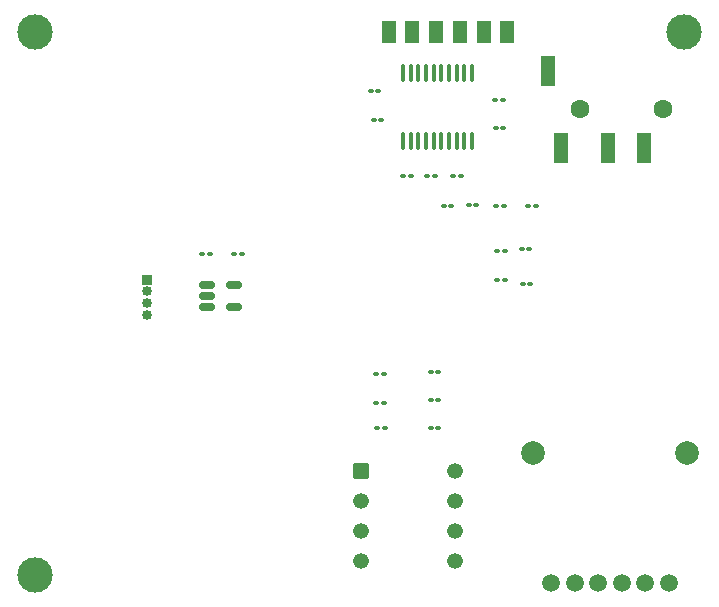
<source format=gbr>
%TF.GenerationSoftware,KiCad,Pcbnew,9.0.2*%
%TF.CreationDate,2025-07-27T21:28:40+05:30*%
%TF.ProjectId,dac,6461632e-6b69-4636-9164-5f7063625858,rev?*%
%TF.SameCoordinates,Original*%
%TF.FileFunction,Soldermask,Top*%
%TF.FilePolarity,Negative*%
%FSLAX46Y46*%
G04 Gerber Fmt 4.6, Leading zero omitted, Abs format (unit mm)*
G04 Created by KiCad (PCBNEW 9.0.2) date 2025-07-27 21:28:40*
%MOMM*%
%LPD*%
G01*
G04 APERTURE LIST*
G04 Aperture macros list*
%AMRoundRect*
0 Rectangle with rounded corners*
0 $1 Rounding radius*
0 $2 $3 $4 $5 $6 $7 $8 $9 X,Y pos of 4 corners*
0 Add a 4 corners polygon primitive as box body*
4,1,4,$2,$3,$4,$5,$6,$7,$8,$9,$2,$3,0*
0 Add four circle primitives for the rounded corners*
1,1,$1+$1,$2,$3*
1,1,$1+$1,$4,$5*
1,1,$1+$1,$6,$7*
1,1,$1+$1,$8,$9*
0 Add four rect primitives between the rounded corners*
20,1,$1+$1,$2,$3,$4,$5,0*
20,1,$1+$1,$4,$5,$6,$7,0*
20,1,$1+$1,$6,$7,$8,$9,0*
20,1,$1+$1,$8,$9,$2,$3,0*%
G04 Aperture macros list end*
%ADD10RoundRect,0.100000X-0.130000X-0.100000X0.130000X-0.100000X0.130000X0.100000X-0.130000X0.100000X0*%
%ADD11C,1.600000*%
%ADD12R,1.200000X2.500000*%
%ADD13RoundRect,0.150000X-0.512500X-0.150000X0.512500X-0.150000X0.512500X0.150000X-0.512500X0.150000X0*%
%ADD14RoundRect,0.100000X0.100000X-0.637500X0.100000X0.637500X-0.100000X0.637500X-0.100000X-0.637500X0*%
%ADD15R,0.850000X0.850000*%
%ADD16C,0.850000*%
%ADD17RoundRect,0.102000X-0.565000X-0.565000X0.565000X-0.565000X0.565000X0.565000X-0.565000X0.565000X0*%
%ADD18C,1.334000*%
%ADD19RoundRect,0.100000X0.130000X0.100000X-0.130000X0.100000X-0.130000X-0.100000X0.130000X-0.100000X0*%
%ADD20C,2.000000*%
%ADD21C,1.500000*%
%ADD22C,3.000000*%
%ADD23R,1.270000X1.905000*%
G04 APERTURE END LIST*
D10*
%TO.C,C4*%
X120880000Y-78200000D03*
X121520000Y-78200000D03*
%TD*%
%TO.C,C8*%
X128735000Y-74200000D03*
X129375000Y-74200000D03*
%TD*%
D11*
%TO.C,J4*%
X142850000Y-72600000D03*
X135850000Y-72600000D03*
D12*
X138250000Y-75850000D03*
X141250000Y-75850000D03*
X133150000Y-69350000D03*
X134250000Y-75850000D03*
%TD*%
D10*
%TO.C,R4*%
X128825000Y-87025000D03*
X129465000Y-87025000D03*
%TD*%
%TO.C,R6*%
X123225000Y-97200000D03*
X123865000Y-97200000D03*
%TD*%
%TO.C,C9*%
X128680000Y-71800000D03*
X129320000Y-71800000D03*
%TD*%
%TO.C,R3*%
X126430000Y-80700000D03*
X127070000Y-80700000D03*
%TD*%
%TO.C,C15*%
X118405000Y-73475000D03*
X119045000Y-73475000D03*
%TD*%
%TO.C,C7*%
X118135000Y-71000000D03*
X118775000Y-71000000D03*
%TD*%
%TO.C,C6*%
X125135000Y-78200000D03*
X125775000Y-78200000D03*
%TD*%
D13*
%TO.C,U2*%
X104262500Y-87450000D03*
X104262500Y-88400000D03*
X104262500Y-89350000D03*
X106537500Y-89350000D03*
X106537500Y-87450000D03*
%TD*%
D14*
%TO.C,U1*%
X120875000Y-75262500D03*
X121525000Y-75262500D03*
X122175000Y-75262500D03*
X122825000Y-75262500D03*
X123475000Y-75262500D03*
X124125000Y-75262500D03*
X124775000Y-75262500D03*
X125425000Y-75262500D03*
X126075000Y-75262500D03*
X126725000Y-75262500D03*
X126725000Y-69537500D03*
X126075000Y-69537500D03*
X125425000Y-69537500D03*
X124775000Y-69537500D03*
X124125000Y-69537500D03*
X123475000Y-69537500D03*
X122825000Y-69537500D03*
X122175000Y-69537500D03*
X121525000Y-69537500D03*
X120875000Y-69537500D03*
%TD*%
D10*
%TO.C,C13*%
X118600000Y-95000000D03*
X119240000Y-95000000D03*
%TD*%
%TO.C,R7*%
X123225000Y-99600000D03*
X123865000Y-99600000D03*
%TD*%
D15*
%TO.C,J3*%
X99200000Y-87000000D03*
D16*
X99200000Y-88000000D03*
X99200000Y-89000000D03*
X99200000Y-90000000D03*
%TD*%
D10*
%TO.C,R8*%
X118700000Y-99550000D03*
X119340000Y-99550000D03*
%TD*%
%TO.C,R5*%
X123225000Y-94800000D03*
X123865000Y-94800000D03*
%TD*%
D17*
%TO.C,U3*%
X117355000Y-103240000D03*
D18*
X117355000Y-105780000D03*
X117355000Y-108320000D03*
X117355000Y-110860000D03*
X125295000Y-110860000D03*
X125295000Y-108320000D03*
X125295000Y-105780000D03*
X125295000Y-103240000D03*
%TD*%
D10*
%TO.C,R2*%
X124305000Y-80750000D03*
X124945000Y-80750000D03*
%TD*%
%TO.C,C10*%
X128760000Y-80800000D03*
X129400000Y-80800000D03*
%TD*%
%TO.C,C11*%
X131480000Y-80800000D03*
X132120000Y-80800000D03*
%TD*%
%TO.C,C1*%
X103880000Y-84800000D03*
X104520000Y-84800000D03*
%TD*%
D19*
%TO.C,C3*%
X131640000Y-87400000D03*
X131000000Y-87400000D03*
%TD*%
D20*
%TO.C,RV1*%
X131900000Y-101700000D03*
X144900000Y-101700000D03*
D21*
X137400000Y-112700000D03*
X139400000Y-112700000D03*
X141400000Y-112700000D03*
X135400000Y-112700000D03*
X133400000Y-112700000D03*
X143400000Y-112700000D03*
%TD*%
D10*
%TO.C,C14*%
X118600000Y-97450000D03*
X119240000Y-97450000D03*
%TD*%
%TO.C,C2*%
X106600000Y-84800000D03*
X107240000Y-84800000D03*
%TD*%
D22*
%TO.C,J1*%
X89700000Y-112000000D03*
X89700000Y-66000000D03*
X144700000Y-66000000D03*
D23*
X119700000Y-66000000D03*
X121652000Y-66000000D03*
X123700000Y-66000000D03*
X125700000Y-66000000D03*
X127700000Y-66000000D03*
X129700000Y-66000000D03*
%TD*%
D10*
%TO.C,C5*%
X122935000Y-78200000D03*
X123575000Y-78200000D03*
%TD*%
%TO.C,C12*%
X130935000Y-84400000D03*
X131575000Y-84400000D03*
%TD*%
%TO.C,R1*%
X128825000Y-84625000D03*
X129465000Y-84625000D03*
%TD*%
M02*

</source>
